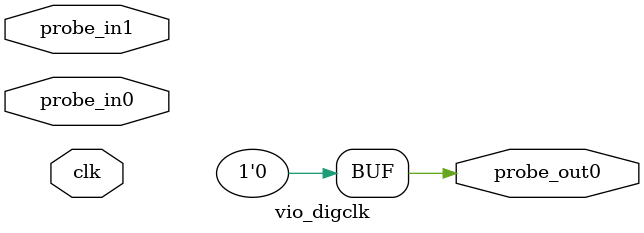
<source format=v>
`timescale 1ns / 1ps
module vio_digclk (
clk,
probe_in0,probe_in1,
probe_out0
);

input clk;
input [5 : 0] probe_in0;
input [5 : 0] probe_in1;

output reg [0 : 0] probe_out0 = 'h0 ;


endmodule

</source>
